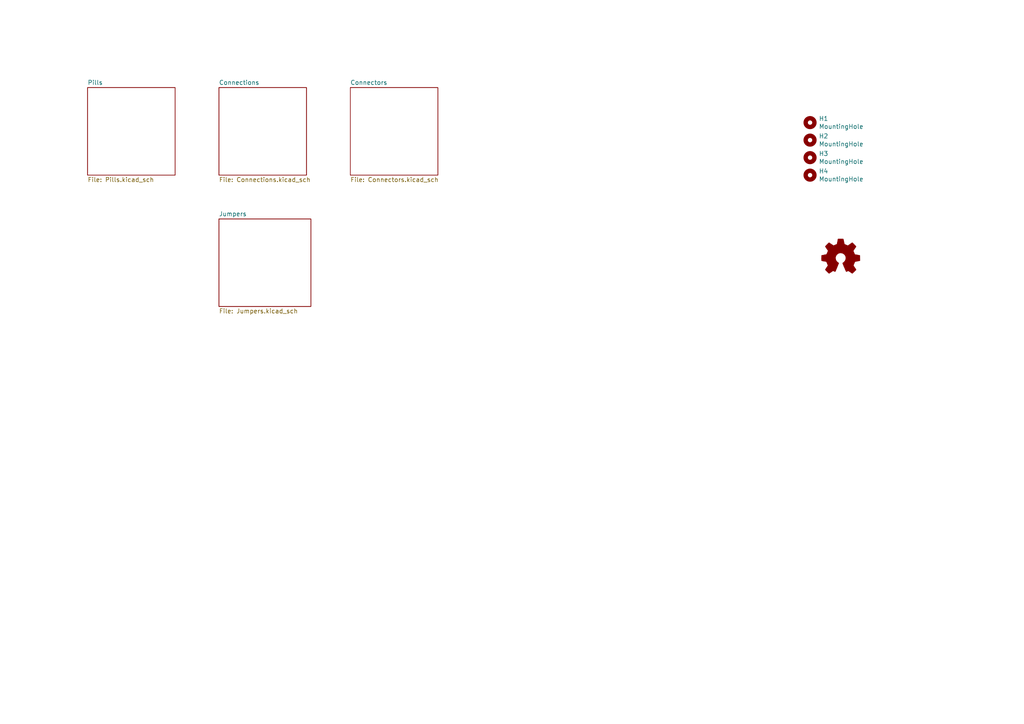
<source format=kicad_sch>
(kicad_sch (version 20211123) (generator eeschema)
  (paper "A4")
  (lib_symbols
    (symbol "Graphic:Logo_Open_Hardware_Small" (pin_names (offset 1.016))
      (symbol "Logo_Open_Hardware_Small_0_1"
        (polyline (pts (xy 3.3528 -4.3434) (xy 3.302 -4.318) (xy 3.175 -4.2418) (xy 2.9972 -4.1148) (xy 2.7686 -3.9624) (xy 2.54 -3.81) (xy 2.3622 -3.7084) (xy 2.2352 -3.6068) (xy 2.1844 -3.5814) (xy 2.159 -3.6068) (xy 2.0574 -3.6576) (xy 1.905 -3.7338) (xy 1.8034 -3.7846) (xy 1.6764 -3.8354) (xy 1.6002 -3.8354) (xy 1.6002 -3.8354) (xy 1.5494 -3.7338) (xy 1.4732 -3.5306) (xy 1.3462 -3.302) (xy 1.2446 -3.0226) (xy 1.1176 -2.7178) (xy 0.9652 -2.413) (xy 0.8636 -2.1082) (xy 0.7366 -1.8288) (xy 0.6604 -1.6256) (xy 0.6096 -1.4732) (xy 0.5842 -1.397) (xy 0.5842 -1.397) (xy 0.6604 -1.3208) (xy 0.7874 -1.2446) (xy 1.0414 -1.016) (xy 1.2954 -0.6858) (xy 1.4478 -0.3302) (xy 1.524 0.0762) (xy 1.4732 0.4572) (xy 1.3208 0.8128) (xy 1.0668 1.143) (xy 0.762 1.3716) (xy 0.4064 1.524) (xy 0 1.5748) (xy -0.381 1.5494) (xy -0.7366 1.397) (xy -1.0668 1.143) (xy -1.2192 0.9906) (xy -1.397 0.6604) (xy -1.524 0.3048) (xy -1.524 0.2286) (xy -1.4986 -0.1778) (xy -1.397 -0.5334) (xy -1.1938 -0.8636) (xy -0.9144 -1.143) (xy -0.8636 -1.1684) (xy -0.7366 -1.27) (xy -0.635 -1.3462) (xy -0.5842 -1.397) (xy -1.0668 -2.5908) (xy -1.143 -2.794) (xy -1.2954 -3.1242) (xy -1.397 -3.4036) (xy -1.4986 -3.6322) (xy -1.5748 -3.7846) (xy -1.6002 -3.8354) (xy -1.6002 -3.8354) (xy -1.651 -3.8354) (xy -1.7272 -3.81) (xy -1.905 -3.7338) (xy -2.0066 -3.683) (xy -2.1336 -3.6068) (xy -2.2098 -3.5814) (xy -2.2606 -3.6068) (xy -2.3622 -3.683) (xy -2.54 -3.81) (xy -2.7686 -3.9624) (xy -2.9718 -4.0894) (xy -3.1496 -4.2164) (xy -3.302 -4.318) (xy -3.3528 -4.3434) (xy -3.3782 -4.3434) (xy -3.429 -4.318) (xy -3.5306 -4.2164) (xy -3.7084 -4.064) (xy -3.937 -3.8354) (xy -3.9624 -3.81) (xy -4.1656 -3.6068) (xy -4.318 -3.4544) (xy -4.4196 -3.3274) (xy -4.445 -3.2766) (xy -4.445 -3.2766) (xy -4.4196 -3.2258) (xy -4.318 -3.0734) (xy -4.2164 -2.8956) (xy -4.064 -2.667) (xy -3.6576 -2.0828) (xy -3.8862 -1.5494) (xy -3.937 -1.3716) (xy -4.0386 -1.1684) (xy -4.0894 -1.0414) (xy -4.1148 -0.9652) (xy -4.191 -0.9398) (xy -4.318 -0.9144) (xy -4.5466 -0.8636) (xy -4.8006 -0.8128) (xy -5.0546 -0.7874) (xy -5.2578 -0.7366) (xy -5.4356 -0.7112) (xy -5.5118 -0.6858) (xy -5.5118 -0.6858) (xy -5.5372 -0.635) (xy -5.5372 -0.5588) (xy -5.5372 -0.4318) (xy -5.5626 -0.2286) (xy -5.5626 0.0762) (xy -5.5626 0.127) (xy -5.5372 0.4064) (xy -5.5372 0.635) (xy -5.5372 0.762) (xy -5.5372 0.8382) (xy -5.5372 0.8382) (xy -5.461 0.8382) (xy -5.3086 0.889) (xy -5.08 0.9144) (xy -4.826 0.9652) (xy -4.8006 0.9906) (xy -4.5466 1.0414) (xy -4.318 1.0668) (xy -4.1656 1.1176) (xy -4.0894 1.143) (xy -4.0894 1.143) (xy -4.0386 1.2446) (xy -3.9624 1.4224) (xy -3.8608 1.6256) (xy -3.7846 1.8288) (xy -3.7084 2.0066) (xy -3.6576 2.159) (xy -3.6322 2.2098) (xy -3.6322 2.2098) (xy -3.683 2.286) (xy -3.7592 2.413) (xy -3.8862 2.5908) (xy -4.064 2.8194) (xy -4.064 2.8448) (xy -4.2164 3.0734) (xy -4.3434 3.2512) (xy -4.4196 3.3782) (xy -4.445 3.4544) (xy -4.445 3.4544) (xy -4.3942 3.5052) (xy -4.2926 3.6322) (xy -4.1148 3.81) (xy -3.937 4.0132) (xy -3.8608 4.064) (xy -3.6576 4.2926) (xy -3.5052 4.4196) (xy -3.4036 4.4958) (xy -3.3528 4.5212) (xy -3.3528 4.5212) (xy -3.302 4.4704) (xy -3.1496 4.3688) (xy -2.9718 4.2418) (xy -2.7432 4.0894) (xy -2.7178 4.0894) (xy -2.4892 3.937) (xy -2.3114 3.81) (xy -2.1844 3.7084) (xy -2.1336 3.683) (xy -2.1082 3.683) (xy -2.032 3.7084) (xy -1.8542 3.7592) (xy -1.6764 3.8354) (xy -1.4732 3.937) (xy -1.27 4.0132) (xy -1.143 4.064) (xy -1.0668 4.1148) (xy -1.0668 4.1148) (xy -1.0414 4.191) (xy -1.016 4.3434) (xy -0.9652 4.572) (xy -0.9144 4.8514) (xy -0.889 4.9022) (xy -0.8382 5.1562) (xy -0.8128 5.3848) (xy -0.7874 5.5372) (xy -0.762 5.588) (xy -0.7112 5.6134) (xy -0.5842 5.6134) (xy -0.4064 5.6134) (xy -0.1524 5.6134) (xy 0.0762 5.6134) (xy 0.3302 5.6134) (xy 0.5334 5.6134) (xy 0.6858 5.588) (xy 0.7366 5.588) (xy 0.7366 5.588) (xy 0.762 5.5118) (xy 0.8128 5.334) (xy 0.8382 5.1054) (xy 0.9144 4.826) (xy 0.9144 4.7752) (xy 0.9652 4.5212) (xy 1.016 4.2926) (xy 1.0414 4.1402) (xy 1.0668 4.0894) (xy 1.0668 4.0894) (xy 1.1938 4.0386) (xy 1.3716 3.9624) (xy 1.5748 3.8608) (xy 2.0828 3.6576) (xy 2.7178 4.0894) (xy 2.7686 4.1402) (xy 2.9972 4.2926) (xy 3.175 4.4196) (xy 3.302 4.4958) (xy 3.3782 4.5212) (xy 3.3782 4.5212) (xy 3.429 4.4704) (xy 3.556 4.3434) (xy 3.7338 4.191) (xy 3.9116 3.9878) (xy 4.064 3.8354) (xy 4.2418 3.6576) (xy 4.3434 3.556) (xy 4.4196 3.4798) (xy 4.4196 3.429) (xy 4.4196 3.4036) (xy 4.3942 3.3274) (xy 4.2926 3.2004) (xy 4.1656 2.9972) (xy 4.0132 2.794) (xy 3.8862 2.5908) (xy 3.7592 2.3876) (xy 3.6576 2.2352) (xy 3.6322 2.159) (xy 3.6322 2.1336) (xy 3.683 2.0066) (xy 3.7592 1.8288) (xy 3.8608 1.6002) (xy 4.064 1.1176) (xy 4.3942 1.0414) (xy 4.5974 1.016) (xy 4.8768 0.9652) (xy 5.1308 0.9144) (xy 5.5372 0.8382) (xy 5.5626 -0.6604) (xy 5.4864 -0.6858) (xy 5.4356 -0.6858) (xy 5.2832 -0.7366) (xy 5.0546 -0.762) (xy 4.8006 -0.8128) (xy 4.5974 -0.8636) (xy 4.3688 -0.9144) (xy 4.2164 -0.9398) (xy 4.1402 -0.9398) (xy 4.1148 -0.9652) (xy 4.064 -1.0668) (xy 3.9878 -1.2446) (xy 3.9116 -1.4478) (xy 3.81 -1.651) (xy 3.7338 -1.8542) (xy 3.683 -2.0066) (xy 3.6576 -2.0828) (xy 3.683 -2.1336) (xy 3.7846 -2.2606) (xy 3.8862 -2.4638) (xy 4.0386 -2.667) (xy 4.191 -2.8956) (xy 4.318 -3.0734) (xy 4.3942 -3.2004) (xy 4.445 -3.2766) (xy 4.4196 -3.3274) (xy 4.3434 -3.429) (xy 4.1656 -3.5814) (xy 3.937 -3.8354) (xy 3.8862 -3.8608) (xy 3.683 -4.064) (xy 3.5306 -4.2164) (xy 3.4036 -4.318) (xy 3.3528 -4.3434)) (fill (type outline)))
      )
    )
    (symbol "Mechanical:MountingHole" (pin_names (offset 1.016))
      (property "Reference" "H" (at 0 5.08 0))
      (property "Value" "MountingHole" (at 0 3.175 0))
      (symbol "MountingHole_0_1"
        (circle (center 0 0) (radius 1.27) (stroke (width 1.27)))
      )
    )
  )
  (symbol (lib_id "Mechanical:MountingHole") (at 234.95 35.56 0) (unit 1)
    (property "Reference" "H1" (at 237.49 34.3916 0) (effects (justify left)))
    (property "Value" "MountingHole" (at 237.49 36.703 0) (effects (justify left)))
    (property "Footprint" "MountingHole:MountingHole_3.2mm_M3_Pad_Via" (effects hide))
  )
  (symbol (lib_id "Mechanical:MountingHole") (at 234.95 40.64 0) (unit 1)
    (property "Reference" "H2" (at 237.49 39.4716 0) (effects (justify left)))
    (property "Value" "MountingHole" (at 237.49 41.783 0) (effects (justify left)))
    (property "Footprint" "MountingHole:MountingHole_3.2mm_M3_Pad_Via" (effects hide))
  )
  (symbol (lib_id "Mechanical:MountingHole") (at 234.95 45.72 0) (unit 1)
    (property "Reference" "H3" (at 237.49 44.5516 0) (effects (justify left)))
    (property "Value" "MountingHole" (at 237.49 46.863 0) (effects (justify left)))
    (property "Footprint" "MountingHole:MountingHole_3.2mm_M3_Pad_Via" (effects hide))
  )
  (symbol (lib_id "Mechanical:MountingHole") (at 234.95 50.8 0) (unit 1)
    (property "Reference" "H4" (at 237.49 49.6316 0) (effects (justify left)))
    (property "Value" "MountingHole" (at 237.49 51.943 0) (effects (justify left)))
    (property "Footprint" "MountingHole:MountingHole_3.2mm_M3_Pad_Via" (effects hide))
  )
  (symbol (lib_id "Graphic:Logo_Open_Hardware_Small") (at 243.84 74.93 0) (unit 1)
    (property "Reference" "#LOGO1" (effects hide))
    (property "Value" "Logo_Open_Hardware_Small" (effects hide))
  )
  (sheet (at 25.4 25.4) (size 25.4 25.4)
    (property "Sheet name" "Pills" (at 25.4 24.6884 0) (effects (justify left bottom)))
    (property "Sheet file" "Pills.kicad_sch" (at 25.4 51.3846 0) (effects (justify left top)))
  )
  (sheet (at 63.5 25.4) (size 25.4 25.4)
    (property "Sheet name" "Connections" (at 63.5 24.6884 0) (effects (justify left bottom)))
    (property "Sheet file" "Connections.kicad_sch" (at 63.5 51.3846 0) (effects (justify left top)))
  )
  (sheet (at 101.6 25.4) (size 25.4 25.4)
    (property "Sheet name" "Connectors" (at 101.6 24.6884 0) (effects (justify left bottom)))
    (property "Sheet file" "Connectors.kicad_sch" (at 101.6 51.3846 0) (effects (justify left top)))
  )
  (sheet (at 63.5 63.5) (size 26.67 25.4)
    (property "Sheet name" "Jumpers" (at 63.5 62.7884 0) (effects (justify left bottom)))
    (property "Sheet file" "Jumpers.kicad_sch" (at 63.5 89.4846 0) (effects (justify left top)))
  )
)
</source>
